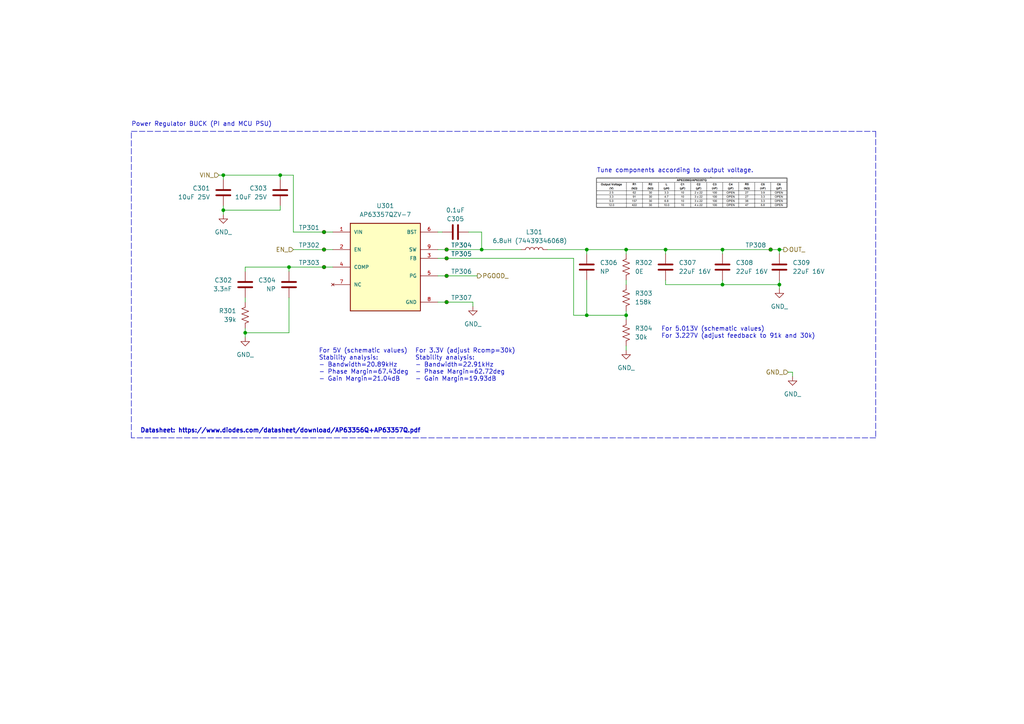
<source format=kicad_sch>
(kicad_sch (version 20250114) (generator "eeschema") (generator_version "9.0")
  (paper "A4")
  (title_block (title "Power delivery Board") (date "2025-06-25") (rev "B") (comment 1 "the developed autonomous robot platform powered by LEGO Technic HUB and Rasberry Pi") (comment 2 "Design implemets a battery management system and power delivert for use with") (comment 3 "Distributed Open-source as: CC BY-SA 4.0"))
  (lib_symbols
    (symbol "AP63357QZV-7:AP63357QZV-7" (pin_names (offset 1.016))
      (property "Reference" "PS" (at -10.16 13.97 0))
      (property "Value" "AP63357QZV-7" (at -10.16 -13.97 0))
      (symbol "AP63357QZV-7_0_0"
        (rectangle (start -10.16 -12.7) (end 10.16 12.7) (stroke (width 0.254)) (fill (type background)))
        (pin input line (at -15.24 10.16 0) (length 5.08) (name "VIN") (number "1"))
        (pin input line (at -15.24 5.08 0) (length 5.08) (name "EN") (number "2"))
        (pin passive line (at -15.24 0 0) (length 5.08) (name "COMP") (number "4"))
        (pin no_connect line (at -15.24 -5.08 0) (length 5.08) (name "NC") (number "7"))
        (pin input line (at 15.24 10.16 180) (length 5.08) (name "BST") (number "6"))
        (pin output line (at 15.24 5.08 180) (length 5.08) (name "SW") (number "9"))
        (pin input line (at 15.24 2.54 180) (length 5.08) (name "FB") (number "3"))
        (pin output line (at 15.24 -2.54 180) (length 5.08) (name "PG") (number "5"))
        (pin power_in line (at 15.24 -10.16 180) (length 5.08) (name "GND") (number "8"))
      )
    )
    (symbol "Connector:TestPoint_Small" (pin_numbers (hide yes)) (pin_names (offset 0.762) (hide yes))
      (property "Reference" "TP" (at 0 3.81 0))
      (property "Value" "TestPoint_Small" (at 0 2.032 0))
      (symbol "TestPoint_Small_0_1"
        (circle (center 0 0) (radius 0.508))
      )
      (symbol "TestPoint_Small_1_1"
        (pin passive line (at 0 0 90) (length 0) (name "1") (number "1"))
      )
    )
    (symbol "Device:C" (pin_numbers (hide yes)) (pin_names (offset 0.254))
      (property "Reference" "C" (at 0.635 2.54 0))
      (property "Value" "C" (at 0.635 -2.54 0))
      (symbol "C_0_1"
        (polyline (pts (xy -2.032 0.762) (xy 2.032 0.762)) (stroke (width 0.508)))
        (polyline (pts (xy -2.032 -0.762) (xy 2.032 -0.762)) (stroke (width 0.508)))
      )
      (symbol "C_1_1"
        (pin passive line (at 0 3.81 270) (length 2.794) (name "~") (number "1"))
        (pin passive line (at 0 -3.81 90) (length 2.794) (name "~") (number "2"))
      )
    )
    (symbol "Device:L" (pin_numbers (hide yes)) (pin_names (offset 1.016) (hide yes))
      (property "Reference" "L" (at -1.27 0 90))
      (property "Value" "L" (at 1.905 0 90))
      (symbol "L_0_1"
        (arc (start 0 2.54) (mid 0.6323 1.905) (end 0 1.27))
        (arc (start 0 1.27) (mid 0.6323 0.635) (end 0 0))
        (arc (start 0 0) (mid 0.6323 -0.635) (end 0 -1.27))
        (arc (start 0 -1.27) (mid 0.6323 -1.905) (end 0 -2.54))
      )
      (symbol "L_1_1"
        (pin passive line (at 0 3.81 270) (length 1.27) (name "1") (number "1"))
        (pin passive line (at 0 -3.81 90) (length 1.27) (name "2") (number "2"))
      )
    )
    (symbol "Device:R_US" (pin_numbers (hide yes)) (pin_names (offset 0))
      (property "Reference" "R" (at 2.54 0 90))
      (property "Value" "R_US" (at -2.54 0 90))
      (symbol "R_US_0_1"
        (polyline (pts (xy 0 2.286) (xy 0 2.54)))
        (polyline (pts (xy 0 2.286) (xy 1.016 1.905) (xy 0 1.524) (xy -1.016 1.143) (xy 0 0.762)))
        (polyline (pts (xy 0 0.762) (xy 1.016 0.381) (xy 0 0) (xy -1.016 -0.381) (xy 0 -0.762)))
        (polyline (pts (xy 0 -0.762) (xy 1.016 -1.143) (xy 0 -1.524) (xy -1.016 -1.905) (xy 0 -2.286)))
        (polyline (pts (xy 0 -2.286) (xy 0 -2.54)))
      )
      (symbol "R_US_1_1"
        (pin passive line (at 0 3.81 270) (length 1.27) (name "~") (number "1"))
        (pin passive line (at 0 -3.81 90) (length 1.27) (name "~") (number "2"))
      )
    )
    (symbol "power:GND" (power) (pin_names (offset 0))
      (property "Value" "GND" (at 0 -3.81 0))
      (symbol "GND_0_1"
        (polyline (pts (xy 0 0) (xy 0 -1.27) (xy 1.27 -1.27) (xy 0 -2.54) (xy -1.27 -1.27) (xy 0 -1.27)))
      )
      (symbol "GND_1_1"
        (pin power_in line (at 0 0 270) (length 0) (hide yes) (name "GND") (number "1"))
      )
    )
  )
  (text "Datasheet: https://www.diodes.com/datasheet/download/AP63356Q+AP63357Q.pdf" (at 40.64 125.73 0) (effects (font (size 1.27 1.27) (bold yes)) (justify left bottom)))
  (text "For 5V (schematic values)\nStability analysis:\n- Bandwidth=20.89kHz\n- Phase Margin=67.43deg\n- Gain Margin=21.04dB" (at 92.456 105.918 0) (effects (font (size 1.27 1.27)) (justify left)))
  (text "Tune components according to output voltage." (at 195.834 49.53 0) (effects (font (size 1.27 1.27))))
  (text "For 5.013V (schematic values)\nFor 3.227V (adjust feedback to 91k and 30k)" (at 191.77 96.52 0) (effects (font (size 1.27 1.27)) (justify left)))
  (text "Power Regulator BUCK (PI and MCU PSU)" (at 38.1 36.83 0) (effects (font (size 1.27 1.27)) (justify left bottom)))
  (text "For 3.3V (adjust Rcomp=30k)\nStability analysis:\n- Bandwidth=22.91kHz\n- Phase Margin=62.72deg\n- Gain Margin=19.93dB" (at 120.396 105.918 0) (effects (font (size 1.27 1.27)) (justify left)))
  (junction (at 226.06 72.39))
  (junction (at 83.82 77.47))
  (junction (at 226.06 82.55))
  (junction (at 81.28 50.8))
  (junction (at 129.54 74.93))
  (junction (at 209.55 82.55))
  (junction (at 181.61 91.44))
  (junction (at 170.18 72.39))
  (junction (at 193.04 72.39))
  (junction (at 129.54 87.63))
  (junction (at 209.55 72.39))
  (junction (at 93.98 77.47))
  (junction (at 71.12 96.52))
  (junction (at 181.61 72.39))
  (junction (at 170.18 91.44))
  (junction (at 139.7 72.39))
  (junction (at 129.54 80.01))
  (junction (at 129.54 72.39))
  (junction (at 93.98 72.39))
  (junction (at 64.77 60.96))
  (junction (at 64.77 50.8))
  (junction (at 223.52 72.39))
  (junction (at 93.98 67.31))
  (wire (pts (xy 137.16 87.63) (xy 129.54 87.63)))
  (wire (pts (xy 193.04 81.28) (xy 193.04 82.55)))
  (wire (pts (xy 63.5 50.8) (xy 64.77 50.8)))
  (wire (pts (xy 71.12 96.52) (xy 71.12 95.25)))
  (wire (pts (xy 166.37 74.93) (xy 166.37 91.44)))
  (wire (pts (xy 181.61 72.39) (xy 170.18 72.39)))
  (wire (pts (xy 181.61 91.44) (xy 181.61 90.17)))
  (wire (pts (xy 139.7 67.31) (xy 139.7 72.39)))
  (wire (pts (xy 129.54 80.01) (xy 138.43 80.01)))
  (polyline (pts (xy 38.1 127) (xy 38.1 38.1)) (stroke (width 0) (type dash)))
  (wire (pts (xy 229.87 109.22) (xy 229.87 107.95)))
  (wire (pts (xy 93.98 77.47) (xy 96.52 77.47)))
  (wire (pts (xy 64.77 60.96) (xy 64.77 62.23)))
  (wire (pts (xy 129.54 74.93) (xy 166.37 74.93)))
  (wire (pts (xy 81.28 50.8) (xy 81.28 52.07)))
  (wire (pts (xy 181.61 72.39) (xy 193.04 72.39)))
  (wire (pts (xy 83.82 86.36) (xy 83.82 96.52)))
  (wire (pts (xy 93.98 72.39) (xy 96.52 72.39)))
  (wire (pts (xy 93.98 67.31) (xy 96.52 67.31)))
  (wire (pts (xy 127 80.01) (xy 129.54 80.01)))
  (wire (pts (xy 137.16 87.63) (xy 137.16 88.9)))
  (wire (pts (xy 139.7 72.39) (xy 151.13 72.39)))
  (wire (pts (xy 209.55 82.55) (xy 226.06 82.55)))
  (wire (pts (xy 181.61 100.33) (xy 181.61 101.6)))
  (wire (pts (xy 181.61 91.44) (xy 181.61 92.71)))
  (wire (pts (xy 129.54 72.39) (xy 139.7 72.39)))
  (wire (pts (xy 226.06 81.28) (xy 226.06 82.55)))
  (wire (pts (xy 127 74.93) (xy 129.54 74.93)))
  (wire (pts (xy 71.12 96.52) (xy 71.12 97.79)))
  (wire (pts (xy 170.18 91.44) (xy 181.61 91.44)))
  (wire (pts (xy 193.04 73.66) (xy 193.04 72.39)))
  (wire (pts (xy 83.82 77.47) (xy 93.98 77.47)))
  (wire (pts (xy 209.55 72.39) (xy 209.55 73.66)))
  (wire (pts (xy 71.12 77.47) (xy 83.82 77.47)))
  (wire (pts (xy 64.77 52.07) (xy 64.77 50.8)))
  (wire (pts (xy 71.12 86.36) (xy 71.12 87.63)))
  (wire (pts (xy 83.82 96.52) (xy 71.12 96.52)))
  (wire (pts (xy 209.55 72.39) (xy 223.52 72.39)))
  (wire (pts (xy 127 67.31) (xy 128.27 67.31)))
  (wire (pts (xy 85.09 72.39) (xy 93.98 72.39)))
  (wire (pts (xy 229.87 107.95) (xy 228.6 107.95)))
  (wire (pts (xy 181.61 81.28) (xy 181.61 82.55)))
  (wire (pts (xy 226.06 82.55) (xy 226.06 83.82)))
  (wire (pts (xy 227.33 72.39) (xy 226.06 72.39)))
  (wire (pts (xy 64.77 59.69) (xy 64.77 60.96)))
  (wire (pts (xy 139.7 67.31) (xy 135.89 67.31)))
  (wire (pts (xy 64.77 60.96) (xy 81.28 60.96)))
  (wire (pts (xy 209.55 82.55) (xy 193.04 82.55)))
  (wire (pts (xy 71.12 78.74) (xy 71.12 77.47)))
  (wire (pts (xy 158.75 72.39) (xy 170.18 72.39)))
  (wire (pts (xy 170.18 73.66) (xy 170.18 72.39)))
  (wire (pts (xy 226.06 73.66) (xy 226.06 72.39)))
  (wire (pts (xy 81.28 59.69) (xy 81.28 60.96)))
  (wire (pts (xy 193.04 72.39) (xy 209.55 72.39)))
  (wire (pts (xy 181.61 73.66) (xy 181.61 72.39)))
  (wire (pts (xy 81.28 50.8) (xy 85.09 50.8)))
  (wire (pts (xy 209.55 81.28) (xy 209.55 82.55)))
  (wire (pts (xy 64.77 50.8) (xy 81.28 50.8)))
  (wire (pts (xy 170.18 81.28) (xy 170.18 91.44)))
  (wire (pts (xy 85.09 67.31) (xy 93.98 67.31)))
  (wire (pts (xy 223.52 72.39) (xy 226.06 72.39)))
  (wire (pts (xy 85.09 50.8) (xy 85.09 67.31)))
  (wire (pts (xy 127 87.63) (xy 129.54 87.63)))
  (wire (pts (xy 127 72.39) (xy 129.54 72.39)))
  (polyline (pts (xy 254 38.1) (xy 254 127)) (stroke (width 0) (type dash)))
  (polyline (pts (xy 38.1 38.1) (xy 254 38.1)) (stroke (width 0) (type dash)))
  (wire (pts (xy 83.82 77.47) (xy 83.82 78.74)))
  (wire (pts (xy 166.37 91.44) (xy 170.18 91.44)))
  (polyline (pts (xy 254 127) (xy 38.1 127)) (stroke (width 0) (type dash)))
  (image (at 200.66 55.88) (scale 0.151059))
  (hierarchical_label "EN_${SHEETNAME}" (shape input) (at 85.09 72.39 180))
  (hierarchical_label "PGOOD_${SHEETNAME}" (shape output) (at 138.43 80.01 0))
  (hierarchical_label "OUT_${SHEETNAME}" (shape output) (at 227.33 72.39 0))
  (hierarchical_label "VIN_${SHEETNAME}" (shape input) (at 63.5 50.8 180))
  (hierarchical_label "GND_${SHEETNAME}" (shape input) (at 228.6 107.95 180))
  (symbol (lib_id "Device:C") (at 170.18 77.47 0) (mirror y) (unit 1)
    (property "Reference" "C306" (at 173.99 76.1999 0) (effects (justify right)))
    (property "Value" "NP" (at 173.99 78.7399 0) (effects (justify right)))
    (property "Footprint" "Capacitor_SMD:C_0402_1005Metric" (effects (hide yes)))
    (instances (project "ROSCM4" (path "" (reference "C306") (unit 1)) (path "" (reference "C506") (unit 1))))
  )
  (symbol (lib_id "power:GND") (at 226.06 83.82 0) (unit 1)
    (property "Reference" "#PWR0305" (effects (hide yes)))
    (property "Value" "GND_${SHEETNAME}" (at 226.06 88.9 0))
    (instances (project "ROSCM4" (path "" (reference "#PWR0305") (unit 1)) (path "" (reference "#PWR0505") (unit 1))))
  )
  (symbol (lib_id "Connector:TestPoint_Small") (at 129.54 87.63 0) (mirror y) (unit 1)
    (property "Reference" "TP307" (at 130.81 86.3599 0) (effects (justify right)))
    (property "Value" "TestPoint_Small" (effects (hide yes)))
    (property "Footprint" "TestPoint:TestPoint_Pad_D1.0mm" (effects (hide yes)))
    (property "Description" "test point" (effects (hide yes)))
    (instances (project "ROSCM4" (path "" (reference "TP307") (unit 1)) (path "" (reference "TP507") (unit 1))))
  )
  (symbol (lib_id "Device:R_US") (at 181.61 96.52 0) (mirror y) (unit 1)
    (property "Reference" "R304" (at 184.15 95.2499 0) (effects (justify right)))
    (property "Value" "30k" (at 184.15 97.7899 0) (effects (justify right)))
    (property "Footprint" "Resistor_SMD:R_0402_1005Metric" (effects (hide yes)))
    (instances (project "ROSCM4" (path "" (reference "R304") (unit 1)) (path "" (reference "R504") (unit 1))))
  )
  (symbol (lib_id "Device:L") (at 154.94 72.39 90) (unit 1)
    (property "Reference" "L301" (at 154.94 67.31 90))
    (property "Value" "6.8uH (74439346068)" (at 153.67 69.85 90))
    (property "Footprint" "footprints:74439346068" (effects (hide yes)))
    (property "Description" "Inductor" (effects (hide yes)))
    (instances (project "" (path "" (reference "L301") (unit 1)) (path "" (reference "L501") (unit 1))))
  )
  (symbol (lib_id "Connector:TestPoint_Small") (at 223.52 72.39 0) (unit 1)
    (property "Reference" "TP308" (at 222.25 71.1199 0) (effects (justify right)))
    (property "Value" "TestPoint_Small" (effects (hide yes)))
    (property "Footprint" "TestPoint:TestPoint_Pad_D1.0mm" (effects (hide yes)))
    (property "Description" "test point" (effects (hide yes)))
    (instances (project "ROSCM4" (path "" (reference "TP308") (unit 1)) (path "" (reference "TP508") (unit 1))))
  )
  (symbol (lib_id "power:GND") (at 229.87 109.22 0) (unit 1)
    (property "Reference" "#PWR0306" (effects (hide yes)))
    (property "Value" "GND_${SHEETNAME}" (at 229.87 114.3 0))
    (instances (project "ROSCM4" (path "" (reference "#PWR0306") (unit 1)) (path "" (reference "#PWR0506") (unit 1))))
  )
  (symbol (lib_id "Connector:TestPoint_Small") (at 129.54 72.39 0) (mirror y) (unit 1)
    (property "Reference" "TP304" (at 130.81 71.1199 0) (effects (justify right)))
    (property "Value" "TestPoint_Small" (effects (hide yes)))
    (property "Footprint" "TestPoint:TestPoint_Pad_D1.0mm" (effects (hide yes)))
    (property "Description" "test point" (effects (hide yes)))
    (instances (project "ROSCM4" (path "" (reference "TP304") (unit 1)) (path "" (reference "TP504") (unit 1))))
  )
  (symbol (lib_id "Connector:TestPoint_Small") (at 93.98 77.47 0) (unit 1)
    (property "Reference" "TP303" (at 92.71 76.1999 0) (effects (justify right)))
    (property "Value" "TestPoint_Small" (effects (hide yes)))
    (property "Footprint" "TestPoint:TestPoint_Pad_D1.0mm" (effects (hide yes)))
    (property "Description" "test point" (effects (hide yes)))
    (instances (project "ROSCM4" (path "" (reference "TP303") (unit 1)) (path "" (reference "TP503") (unit 1))))
  )
  (symbol (lib_id "Device:C") (at 209.55 77.47 0) (mirror y) (unit 1)
    (property "Reference" "C308" (at 213.36 76.1999 0) (effects (justify right)))
    (property "Value" "22uF 16V" (at 213.36 78.7399 0) (effects (justify right)))
    (property "Footprint" "Capacitor_SMD:C_1206_3216Metric" (effects (hide yes)))
    (instances (project "ROSCM4" (path "" (reference "C308") (unit 1)) (path "" (reference "C508") (unit 1))))
  )
  (symbol (lib_id "Device:C") (at 83.82 82.55 0) (unit 1)
    (property "Reference" "C304" (at 80.01 81.2799 0) (effects (justify right)))
    (property "Value" "NP" (at 80.01 83.8199 0) (effects (justify right)))
    (property "Footprint" "Capacitor_SMD:C_0402_1005Metric" (effects (hide yes)))
    (instances (project "ROSCM4" (path "" (reference "C304") (unit 1)) (path "" (reference "C504") (unit 1))))
  )
  (symbol (lib_id "AP63357QZV-7:AP63357QZV-7") (at 111.76 77.47 0) (unit 1)
    (property "Reference" "U301" (at 111.76 59.69 0))
    (property "Value" "AP63357QZV-7" (at 111.76 62.23 0))
    (property "Footprint" "footprints:CONV_AP63357QZV-7" (effects (hide yes)))
    (property "MF" "Diodes Incorporated" (effects (hide yes)))
    (property "MAXIMUM_PACKAGE_HEIGHT" "0.9 mm" (effects (hide yes)))
    (property "Package" "PowerVFDFN-13 Diodes Inc." (effects (hide yes)))
    (property "Price" "None" (effects (hide yes)))
    (property "Check_prices" "https://www.snapeda.com/parts/AP63357QZV-7/Diodes+Inc./view-part/?ref=eda" (effects (hide yes)))
    (property "STANDARD" "Manufacturer Recommendations" (effects (hide yes)))
    (property "PARTREV" "1-2" (effects (hide yes)))
    (property "SnapEDA_Link" "https://www.snapeda.com/parts/AP63357QZV-7/Diodes+Inc./view-part/?ref=snap" (effects (hide yes)))
    (property "MP" "AP63357QZV-7" (effects (hide yes)))
    (property "Description_1" "\n                        \n                            Buck Switching Regulator IC Positive Adjustable 0.8V 1 Output 3.5A 13-PowerVFDFN\n                        \n" (effects (hide yes)))
    (property "MANUFACTURER" "Diodes Inc." (effects (hide yes)))
    (property "Availability" "In Stock" (effects (hide yes)))
    (property "SNAPEDA_PN" "AP63357QZV-7" (effects (hide yes)))
    (instances (project "" (path "" (reference "U301") (unit 1)) (path "" (reference "U501") (unit 1))))
  )
  (symbol (lib_id "Connector:TestPoint_Small") (at 93.98 72.39 0) (unit 1)
    (property "Reference" "TP302" (at 92.71 71.1199 0) (effects (justify right)))
    (property "Value" "TestPoint_Small" (effects (hide yes)))
    (property "Footprint" "TestPoint:TestPoint_Pad_D1.0mm" (effects (hide yes)))
    (property "Description" "test point" (effects (hide yes)))
    (instances (project "ROSCM4" (path "" (reference "TP302") (unit 1)) (path "" (reference "TP502") (unit 1))))
  )
  (symbol (lib_id "Connector:TestPoint_Small") (at 93.98 67.31 0) (unit 1)
    (property "Reference" "TP301" (at 92.71 66.0399 0) (effects (justify right)))
    (property "Value" "TestPoint_Small" (effects (hide yes)))
    (property "Footprint" "TestPoint:TestPoint_Pad_D1.0mm" (effects (hide yes)))
    (property "Description" "test point" (effects (hide yes)))
    (instances (project "ROSCM4" (path "" (reference "TP301") (unit 1)) (path "" (reference "TP501") (unit 1))))
  )
  (symbol (lib_id "Device:R_US") (at 71.12 91.44 0) (mirror y) (unit 1)
    (property "Reference" "R301" (at 68.58 90.1699 0) (effects (justify left)))
    (property "Value" "39k" (at 68.58 92.7099 0) (effects (justify left)))
    (property "Footprint" "Resistor_SMD:R_0402_1005Metric" (effects (hide yes)))
    (instances (project "ROSCM4" (path "" (reference "R301") (unit 1)) (path "" (reference "R501") (unit 1))))
  )
  (symbol (lib_id "power:GND") (at 71.12 97.79 0) (unit 1)
    (property "Reference" "#PWR0302" (effects (hide yes)))
    (property "Value" "GND_${SHEETNAME}" (at 71.12 102.87 0))
    (instances (project "ROSCM4" (path "" (reference "#PWR0302") (unit 1)) (path "" (reference "#PWR0502") (unit 1))))
  )
  (symbol (lib_id "Device:C") (at 193.04 77.47 0) (mirror y) (unit 1)
    (property "Reference" "C307" (at 196.85 76.1999 0) (effects (justify right)))
    (property "Value" "22uF 16V" (at 196.85 78.7399 0) (effects (justify right)))
    (property "Footprint" "Capacitor_SMD:C_1206_3216Metric" (effects (hide yes)))
    (instances (project "ROSCM4" (path "" (reference "C307") (unit 1)) (path "" (reference "C507") (unit 1))))
  )
  (symbol (lib_id "Device:C") (at 132.08 67.31 90) (unit 1)
    (property "Reference" "C305" (at 132.08 63.5 90))
    (property "Value" "0.1uF" (at 132.08 60.96 90))
    (property "Footprint" "Capacitor_SMD:C_0402_1005Metric" (effects (hide yes)))
    (instances (project "ROSCM4" (path "" (reference "C305") (unit 1)) (path "" (reference "C505") (unit 1))))
  )
  (symbol (lib_id "power:GND") (at 181.61 101.6 0) (unit 1)
    (property "Reference" "#PWR0304" (effects (hide yes)))
    (property "Value" "GND_${SHEETNAME}" (at 181.61 106.68 0))
    (instances (project "ROSCM4" (path "" (reference "#PWR0304") (unit 1)) (path "" (reference "#PWR0504") (unit 1))))
  )
  (symbol (lib_id "power:GND") (at 64.77 62.23 0) (unit 1)
    (property "Reference" "#PWR0301" (effects (hide yes)))
    (property "Value" "GND_${SHEETNAME}" (at 64.77 67.31 0))
    (instances (project "ROSCM4" (path "" (reference "#PWR0301") (unit 1)) (path "" (reference "#PWR0501") (unit 1))))
  )
  (symbol (lib_id "Device:R_US") (at 181.61 77.47 0) (mirror y) (unit 1)
    (property "Reference" "R302" (at 184.15 76.1999 0) (effects (justify right)))
    (property "Value" "0E" (at 184.15 78.7399 0) (effects (justify right)))
    (property "Footprint" "Resistor_SMD:R_0402_1005Metric" (effects (hide yes)))
    (instances (project "ROSCM4" (path "" (reference "R302") (unit 1)) (path "" (reference "R502") (unit 1))))
  )
  (symbol (lib_id "Connector:TestPoint_Small") (at 129.54 74.93 0) (mirror y) (unit 1)
    (property "Reference" "TP305" (at 130.81 73.6599 0) (effects (justify right)))
    (property "Value" "TestPoint_Small" (effects (hide yes)))
    (property "Footprint" "TestPoint:TestPoint_Pad_D1.0mm" (effects (hide yes)))
    (property "Description" "test point" (effects (hide yes)))
    (instances (project "ROSCM4" (path "" (reference "TP305") (unit 1)) (path "" (reference "TP505") (unit 1))))
  )
  (symbol (lib_id "Device:C") (at 71.12 82.55 0) (unit 1)
    (property "Reference" "C302" (at 67.31 81.2799 0) (effects (justify right)))
    (property "Value" "3.3nF" (at 67.31 83.8199 0) (effects (justify right)))
    (property "Footprint" "Capacitor_SMD:C_0402_1005Metric" (effects (hide yes)))
    (instances (project "ROSCM4" (path "" (reference "C302") (unit 1)) (path "" (reference "C502") (unit 1))))
  )
  (symbol (lib_id "Connector:TestPoint_Small") (at 129.54 80.01 0) (mirror y) (unit 1)
    (property "Reference" "TP306" (at 130.81 78.7399 0) (effects (justify right)))
    (property "Value" "TestPoint_Small" (effects (hide yes)))
    (property "Footprint" "TestPoint:TestPoint_Pad_D1.0mm" (effects (hide yes)))
    (property "Description" "test point" (effects (hide yes)))
    (instances (project "ROSCM4" (path "" (reference "TP306") (unit 1)) (path "" (reference "TP506") (unit 1))))
  )
  (symbol (lib_id "Device:C") (at 226.06 77.47 0) (mirror y) (unit 1)
    (property "Reference" "C309" (at 229.87 76.1999 0) (effects (justify right)))
    (property "Value" "22uF 16V" (at 229.87 78.7399 0) (effects (justify right)))
    (property "Footprint" "Capacitor_SMD:C_1206_3216Metric" (effects (hide yes)))
    (instances (project "ROSCM4" (path "" (reference "C309") (unit 1)) (path "" (reference "C509") (unit 1))))
  )
  (symbol (lib_id "Device:C") (at 81.28 55.88 0) (unit 1)
    (property "Reference" "C303" (at 77.47 54.6099 0) (effects (justify right)))
    (property "Value" "10uF 25V" (at 77.47 57.1499 0) (effects (justify right)))
    (property "Footprint" "Capacitor_SMD:C_1206_3216Metric" (effects (hide yes)))
    (instances (project "ROSCM4" (path "" (reference "C303") (unit 1)) (path "" (reference "C503") (unit 1))))
  )
  (symbol (lib_id "Device:C") (at 64.77 55.88 0) (unit 1)
    (property "Reference" "C301" (at 60.96 54.6099 0) (effects (justify right)))
    (property "Value" "10uF 25V" (at 60.96 57.1499 0) (effects (justify right)))
    (property "Footprint" "Capacitor_SMD:C_1206_3216Metric" (effects (hide yes)))
    (instances (project "ROSCM4" (path "" (reference "C301") (unit 1)) (path "" (reference "C501") (unit 1))))
  )
  (symbol (lib_id "power:GND") (at 137.16 88.9 0) (unit 1)
    (property "Reference" "#PWR0303" (effects (hide yes)))
    (property "Value" "GND_${SHEETNAME}" (at 137.16 93.98 0))
    (instances (project "ROSCM4" (path "" (reference "#PWR0303") (unit 1)) (path "" (reference "#PWR0503") (unit 1))))
  )
  (symbol (lib_id "Device:R_US") (at 181.61 86.36 0) (mirror y) (unit 1)
    (property "Reference" "R303" (at 184.15 85.0899 0) (effects (justify right)))
    (property "Value" "158k" (at 184.15 87.6299 0) (effects (justify right)))
    (property "Footprint" "Resistor_SMD:R_0402_1005Metric" (effects (hide yes)))
    (instances (project "ROSCM4" (path "" (reference "R303") (unit 1)) (path "" (reference "R503") (unit 1))))
  )
)
</source>
